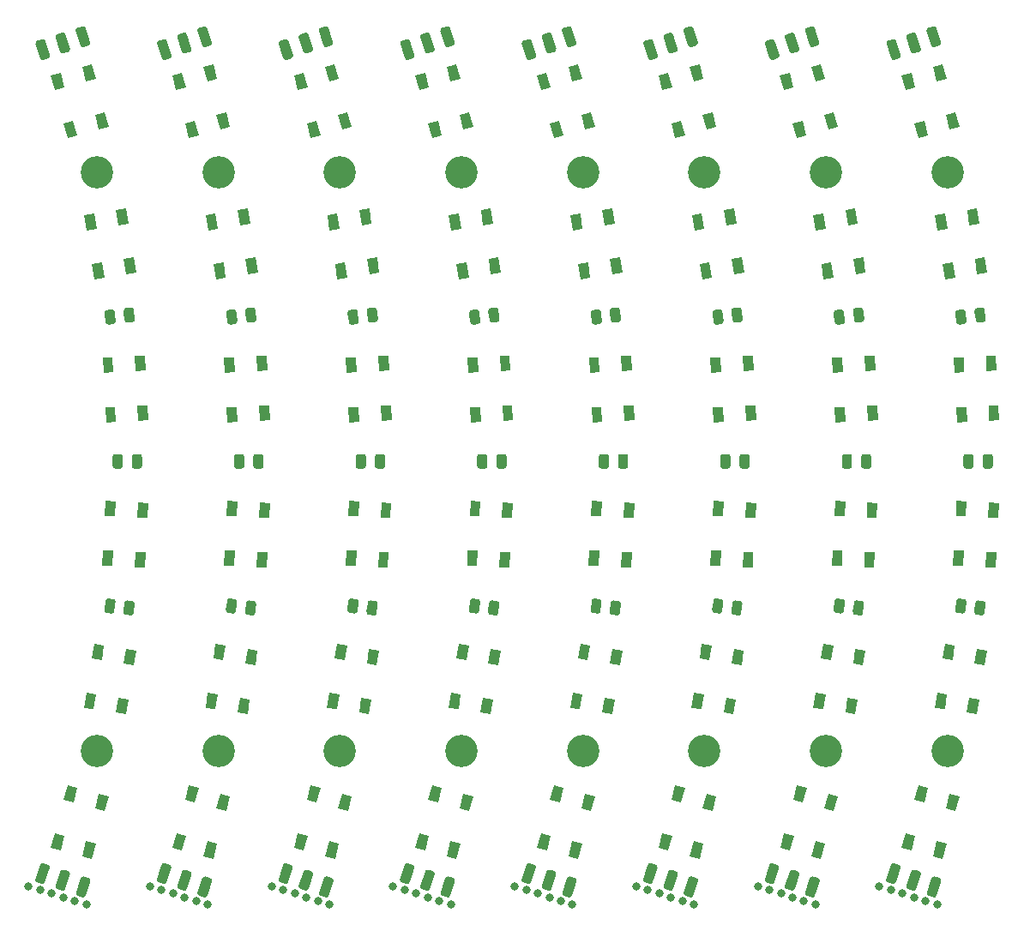
<source format=gbr>
%TF.GenerationSoftware,KiCad,Pcbnew,(5.1.9)-1*%
%TF.CreationDate,2021-02-05T18:08:36+10:00*%
%TF.ProjectId,PCB,5043422e-6b69-4636-9164-5f7063625858,rev?*%
%TF.SameCoordinates,Original*%
%TF.FileFunction,Soldermask,Top*%
%TF.FilePolarity,Negative*%
%FSLAX46Y46*%
G04 Gerber Fmt 4.6, Leading zero omitted, Abs format (unit mm)*
G04 Created by KiCad (PCBNEW (5.1.9)-1) date 2021-02-05 18:08:36*
%MOMM*%
%LPD*%
G01*
G04 APERTURE LIST*
%ADD10C,0.800000*%
%ADD11C,0.100000*%
%ADD12C,3.200000*%
G04 APERTURE END LIST*
D10*
%TO.C,REF\u002A\u002A*%
X178954962Y-121348074D03*
%TD*%
%TO.C,REF\u002A\u002A*%
X166954962Y-121348074D03*
%TD*%
%TO.C,REF\u002A\u002A*%
X154954962Y-121348074D03*
%TD*%
%TO.C,REF\u002A\u002A*%
X142954962Y-121348074D03*
%TD*%
%TO.C,REF\u002A\u002A*%
X130954962Y-121348074D03*
%TD*%
%TO.C,REF\u002A\u002A*%
X118954962Y-121348074D03*
%TD*%
%TO.C,REF\u002A\u002A*%
X106954962Y-121348074D03*
%TD*%
%TO.C,REF\u002A\u002A*%
X184661301Y-123202177D03*
%TD*%
%TO.C,REF\u002A\u002A*%
X172661301Y-123202177D03*
%TD*%
%TO.C,REF\u002A\u002A*%
X160661301Y-123202177D03*
%TD*%
%TO.C,REF\u002A\u002A*%
X148661301Y-123202177D03*
%TD*%
%TO.C,REF\u002A\u002A*%
X136661301Y-123202177D03*
%TD*%
%TO.C,REF\u002A\u002A*%
X124661301Y-123202177D03*
%TD*%
%TO.C,REF\u002A\u002A*%
X112661301Y-123202177D03*
%TD*%
%TO.C,REF\u002A\u002A*%
X182378767Y-122460536D03*
%TD*%
%TO.C,REF\u002A\u002A*%
X170378767Y-122460536D03*
%TD*%
%TO.C,REF\u002A\u002A*%
X158378767Y-122460536D03*
%TD*%
%TO.C,REF\u002A\u002A*%
X146378767Y-122460536D03*
%TD*%
%TO.C,REF\u002A\u002A*%
X134378767Y-122460536D03*
%TD*%
%TO.C,REF\u002A\u002A*%
X122378767Y-122460536D03*
%TD*%
%TO.C,REF\u002A\u002A*%
X110378767Y-122460536D03*
%TD*%
%TO.C,REF\u002A\u002A*%
X181237498Y-122089716D03*
%TD*%
%TO.C,REF\u002A\u002A*%
X169237498Y-122089716D03*
%TD*%
%TO.C,REF\u002A\u002A*%
X157237498Y-122089716D03*
%TD*%
%TO.C,REF\u002A\u002A*%
X145237498Y-122089716D03*
%TD*%
%TO.C,REF\u002A\u002A*%
X133237498Y-122089716D03*
%TD*%
%TO.C,REF\u002A\u002A*%
X121237498Y-122089716D03*
%TD*%
%TO.C,REF\u002A\u002A*%
X109237498Y-122089716D03*
%TD*%
%TO.C,REF\u002A\u002A*%
X180096229Y-121718895D03*
%TD*%
%TO.C,REF\u002A\u002A*%
X168096229Y-121718895D03*
%TD*%
%TO.C,REF\u002A\u002A*%
X156096229Y-121718895D03*
%TD*%
%TO.C,REF\u002A\u002A*%
X144096229Y-121718895D03*
%TD*%
%TO.C,REF\u002A\u002A*%
X132096229Y-121718895D03*
%TD*%
%TO.C,REF\u002A\u002A*%
X120096229Y-121718895D03*
%TD*%
%TO.C,REF\u002A\u002A*%
X108096229Y-121718895D03*
%TD*%
%TO.C,REF\u002A\u002A*%
X183520035Y-122831355D03*
%TD*%
%TO.C,REF\u002A\u002A*%
X171520035Y-122831355D03*
%TD*%
%TO.C,REF\u002A\u002A*%
X159520035Y-122831355D03*
%TD*%
%TO.C,REF\u002A\u002A*%
X147520035Y-122831355D03*
%TD*%
%TO.C,REF\u002A\u002A*%
X135520035Y-122831355D03*
%TD*%
%TO.C,REF\u002A\u002A*%
X123520035Y-122831355D03*
%TD*%
%TO.C,REF\u002A\u002A*%
X111520035Y-122831355D03*
%TD*%
%TO.C,REF\u002A\u002A*%
X100661301Y-123202177D03*
%TD*%
%TO.C,REF\u002A\u002A*%
X99520035Y-122831355D03*
%TD*%
%TO.C,REF\u002A\u002A*%
X98378767Y-122460536D03*
%TD*%
%TO.C,REF\u002A\u002A*%
X97237498Y-122089716D03*
%TD*%
%TO.C,REF\u002A\u002A*%
X96096229Y-121718895D03*
%TD*%
%TO.C,REF\u002A\u002A*%
X94954962Y-121348074D03*
%TD*%
%TO.C,GND1*%
G36*
G01*
X179634909Y-120675384D02*
X180098435Y-119248799D01*
G75*
G02*
X180413453Y-119088289I237764J-77254D01*
G01*
X180888981Y-119242798D01*
G75*
G02*
X181049491Y-119557816I-77254J-237764D01*
G01*
X180585965Y-120984401D01*
G75*
G02*
X180270947Y-121144911I-237764J77254D01*
G01*
X179795419Y-120990402D01*
G75*
G02*
X179634909Y-120675384I77254J237764D01*
G01*
G37*
%TD*%
%TO.C,GND1*%
G36*
G01*
X167634909Y-120675384D02*
X168098435Y-119248799D01*
G75*
G02*
X168413453Y-119088289I237764J-77254D01*
G01*
X168888981Y-119242798D01*
G75*
G02*
X169049491Y-119557816I-77254J-237764D01*
G01*
X168585965Y-120984401D01*
G75*
G02*
X168270947Y-121144911I-237764J77254D01*
G01*
X167795419Y-120990402D01*
G75*
G02*
X167634909Y-120675384I77254J237764D01*
G01*
G37*
%TD*%
%TO.C,GND1*%
G36*
G01*
X155634909Y-120675384D02*
X156098435Y-119248799D01*
G75*
G02*
X156413453Y-119088289I237764J-77254D01*
G01*
X156888981Y-119242798D01*
G75*
G02*
X157049491Y-119557816I-77254J-237764D01*
G01*
X156585965Y-120984401D01*
G75*
G02*
X156270947Y-121144911I-237764J77254D01*
G01*
X155795419Y-120990402D01*
G75*
G02*
X155634909Y-120675384I77254J237764D01*
G01*
G37*
%TD*%
%TO.C,GND1*%
G36*
G01*
X143634909Y-120675384D02*
X144098435Y-119248799D01*
G75*
G02*
X144413453Y-119088289I237764J-77254D01*
G01*
X144888981Y-119242798D01*
G75*
G02*
X145049491Y-119557816I-77254J-237764D01*
G01*
X144585965Y-120984401D01*
G75*
G02*
X144270947Y-121144911I-237764J77254D01*
G01*
X143795419Y-120990402D01*
G75*
G02*
X143634909Y-120675384I77254J237764D01*
G01*
G37*
%TD*%
%TO.C,GND1*%
G36*
G01*
X131634909Y-120675384D02*
X132098435Y-119248799D01*
G75*
G02*
X132413453Y-119088289I237764J-77254D01*
G01*
X132888981Y-119242798D01*
G75*
G02*
X133049491Y-119557816I-77254J-237764D01*
G01*
X132585965Y-120984401D01*
G75*
G02*
X132270947Y-121144911I-237764J77254D01*
G01*
X131795419Y-120990402D01*
G75*
G02*
X131634909Y-120675384I77254J237764D01*
G01*
G37*
%TD*%
%TO.C,GND1*%
G36*
G01*
X119634909Y-120675384D02*
X120098435Y-119248799D01*
G75*
G02*
X120413453Y-119088289I237764J-77254D01*
G01*
X120888981Y-119242798D01*
G75*
G02*
X121049491Y-119557816I-77254J-237764D01*
G01*
X120585965Y-120984401D01*
G75*
G02*
X120270947Y-121144911I-237764J77254D01*
G01*
X119795419Y-120990402D01*
G75*
G02*
X119634909Y-120675384I77254J237764D01*
G01*
G37*
%TD*%
%TO.C,GND1*%
G36*
G01*
X107634909Y-120675384D02*
X108098435Y-119248799D01*
G75*
G02*
X108413453Y-119088289I237764J-77254D01*
G01*
X108888981Y-119242798D01*
G75*
G02*
X109049491Y-119557816I-77254J-237764D01*
G01*
X108585965Y-120984401D01*
G75*
G02*
X108270947Y-121144911I-237764J77254D01*
G01*
X107795419Y-120990402D01*
G75*
G02*
X107634909Y-120675384I77254J237764D01*
G01*
G37*
%TD*%
%TO.C,5V*%
G36*
G01*
X184086235Y-38332801D02*
X183622709Y-36906216D01*
G75*
G02*
X183783219Y-36591198I237764J77254D01*
G01*
X184258747Y-36436689D01*
G75*
G02*
X184573765Y-36597199I77254J-237764D01*
G01*
X185037291Y-38023784D01*
G75*
G02*
X184876781Y-38338802I-237764J-77254D01*
G01*
X184401253Y-38493311D01*
G75*
G02*
X184086235Y-38332801I-77254J237764D01*
G01*
G37*
%TD*%
%TO.C,5V*%
G36*
G01*
X172086235Y-38332801D02*
X171622709Y-36906216D01*
G75*
G02*
X171783219Y-36591198I237764J77254D01*
G01*
X172258747Y-36436689D01*
G75*
G02*
X172573765Y-36597199I77254J-237764D01*
G01*
X173037291Y-38023784D01*
G75*
G02*
X172876781Y-38338802I-237764J-77254D01*
G01*
X172401253Y-38493311D01*
G75*
G02*
X172086235Y-38332801I-77254J237764D01*
G01*
G37*
%TD*%
%TO.C,5V*%
G36*
G01*
X160086235Y-38332801D02*
X159622709Y-36906216D01*
G75*
G02*
X159783219Y-36591198I237764J77254D01*
G01*
X160258747Y-36436689D01*
G75*
G02*
X160573765Y-36597199I77254J-237764D01*
G01*
X161037291Y-38023784D01*
G75*
G02*
X160876781Y-38338802I-237764J-77254D01*
G01*
X160401253Y-38493311D01*
G75*
G02*
X160086235Y-38332801I-77254J237764D01*
G01*
G37*
%TD*%
%TO.C,5V*%
G36*
G01*
X148086235Y-38332801D02*
X147622709Y-36906216D01*
G75*
G02*
X147783219Y-36591198I237764J77254D01*
G01*
X148258747Y-36436689D01*
G75*
G02*
X148573765Y-36597199I77254J-237764D01*
G01*
X149037291Y-38023784D01*
G75*
G02*
X148876781Y-38338802I-237764J-77254D01*
G01*
X148401253Y-38493311D01*
G75*
G02*
X148086235Y-38332801I-77254J237764D01*
G01*
G37*
%TD*%
%TO.C,5V*%
G36*
G01*
X136086235Y-38332801D02*
X135622709Y-36906216D01*
G75*
G02*
X135783219Y-36591198I237764J77254D01*
G01*
X136258747Y-36436689D01*
G75*
G02*
X136573765Y-36597199I77254J-237764D01*
G01*
X137037291Y-38023784D01*
G75*
G02*
X136876781Y-38338802I-237764J-77254D01*
G01*
X136401253Y-38493311D01*
G75*
G02*
X136086235Y-38332801I-77254J237764D01*
G01*
G37*
%TD*%
%TO.C,5V*%
G36*
G01*
X124086235Y-38332801D02*
X123622709Y-36906216D01*
G75*
G02*
X123783219Y-36591198I237764J77254D01*
G01*
X124258747Y-36436689D01*
G75*
G02*
X124573765Y-36597199I77254J-237764D01*
G01*
X125037291Y-38023784D01*
G75*
G02*
X124876781Y-38338802I-237764J-77254D01*
G01*
X124401253Y-38493311D01*
G75*
G02*
X124086235Y-38332801I-77254J237764D01*
G01*
G37*
%TD*%
%TO.C,5V*%
G36*
G01*
X112086235Y-38332801D02*
X111622709Y-36906216D01*
G75*
G02*
X111783219Y-36591198I237764J77254D01*
G01*
X112258747Y-36436689D01*
G75*
G02*
X112573765Y-36597199I77254J-237764D01*
G01*
X113037291Y-38023784D01*
G75*
G02*
X112876781Y-38338802I-237764J-77254D01*
G01*
X112401253Y-38493311D01*
G75*
G02*
X112086235Y-38332801I-77254J237764D01*
G01*
G37*
%TD*%
%TO.C,G*%
G36*
G01*
X180123835Y-39602801D02*
X179660309Y-38176216D01*
G75*
G02*
X179820819Y-37861198I237764J77254D01*
G01*
X180296347Y-37706689D01*
G75*
G02*
X180611365Y-37867199I77254J-237764D01*
G01*
X181074891Y-39293784D01*
G75*
G02*
X180914381Y-39608802I-237764J-77254D01*
G01*
X180438853Y-39763311D01*
G75*
G02*
X180123835Y-39602801I-77254J237764D01*
G01*
G37*
%TD*%
%TO.C,G*%
G36*
G01*
X168123835Y-39602801D02*
X167660309Y-38176216D01*
G75*
G02*
X167820819Y-37861198I237764J77254D01*
G01*
X168296347Y-37706689D01*
G75*
G02*
X168611365Y-37867199I77254J-237764D01*
G01*
X169074891Y-39293784D01*
G75*
G02*
X168914381Y-39608802I-237764J-77254D01*
G01*
X168438853Y-39763311D01*
G75*
G02*
X168123835Y-39602801I-77254J237764D01*
G01*
G37*
%TD*%
%TO.C,G*%
G36*
G01*
X156123835Y-39602801D02*
X155660309Y-38176216D01*
G75*
G02*
X155820819Y-37861198I237764J77254D01*
G01*
X156296347Y-37706689D01*
G75*
G02*
X156611365Y-37867199I77254J-237764D01*
G01*
X157074891Y-39293784D01*
G75*
G02*
X156914381Y-39608802I-237764J-77254D01*
G01*
X156438853Y-39763311D01*
G75*
G02*
X156123835Y-39602801I-77254J237764D01*
G01*
G37*
%TD*%
%TO.C,G*%
G36*
G01*
X144123835Y-39602801D02*
X143660309Y-38176216D01*
G75*
G02*
X143820819Y-37861198I237764J77254D01*
G01*
X144296347Y-37706689D01*
G75*
G02*
X144611365Y-37867199I77254J-237764D01*
G01*
X145074891Y-39293784D01*
G75*
G02*
X144914381Y-39608802I-237764J-77254D01*
G01*
X144438853Y-39763311D01*
G75*
G02*
X144123835Y-39602801I-77254J237764D01*
G01*
G37*
%TD*%
%TO.C,G*%
G36*
G01*
X132123835Y-39602801D02*
X131660309Y-38176216D01*
G75*
G02*
X131820819Y-37861198I237764J77254D01*
G01*
X132296347Y-37706689D01*
G75*
G02*
X132611365Y-37867199I77254J-237764D01*
G01*
X133074891Y-39293784D01*
G75*
G02*
X132914381Y-39608802I-237764J-77254D01*
G01*
X132438853Y-39763311D01*
G75*
G02*
X132123835Y-39602801I-77254J237764D01*
G01*
G37*
%TD*%
%TO.C,G*%
G36*
G01*
X120123835Y-39602801D02*
X119660309Y-38176216D01*
G75*
G02*
X119820819Y-37861198I237764J77254D01*
G01*
X120296347Y-37706689D01*
G75*
G02*
X120611365Y-37867199I77254J-237764D01*
G01*
X121074891Y-39293784D01*
G75*
G02*
X120914381Y-39608802I-237764J-77254D01*
G01*
X120438853Y-39763311D01*
G75*
G02*
X120123835Y-39602801I-77254J237764D01*
G01*
G37*
%TD*%
%TO.C,G*%
G36*
G01*
X108123835Y-39602801D02*
X107660309Y-38176216D01*
G75*
G02*
X107820819Y-37861198I237764J77254D01*
G01*
X108296347Y-37706689D01*
G75*
G02*
X108611365Y-37867199I77254J-237764D01*
G01*
X109074891Y-39293784D01*
G75*
G02*
X108914381Y-39608802I-237764J-77254D01*
G01*
X108438853Y-39763311D01*
G75*
G02*
X108123835Y-39602801I-77254J237764D01*
G01*
G37*
%TD*%
%TO.C,5V*%
G36*
G01*
X183648109Y-121996184D02*
X184111635Y-120569599D01*
G75*
G02*
X184426653Y-120409089I237764J-77254D01*
G01*
X184902181Y-120563598D01*
G75*
G02*
X185062691Y-120878616I-77254J-237764D01*
G01*
X184599165Y-122305201D01*
G75*
G02*
X184284147Y-122465711I-237764J77254D01*
G01*
X183808619Y-122311202D01*
G75*
G02*
X183648109Y-121996184I77254J237764D01*
G01*
G37*
%TD*%
%TO.C,5V*%
G36*
G01*
X171648109Y-121996184D02*
X172111635Y-120569599D01*
G75*
G02*
X172426653Y-120409089I237764J-77254D01*
G01*
X172902181Y-120563598D01*
G75*
G02*
X173062691Y-120878616I-77254J-237764D01*
G01*
X172599165Y-122305201D01*
G75*
G02*
X172284147Y-122465711I-237764J77254D01*
G01*
X171808619Y-122311202D01*
G75*
G02*
X171648109Y-121996184I77254J237764D01*
G01*
G37*
%TD*%
%TO.C,5V*%
G36*
G01*
X159648109Y-121996184D02*
X160111635Y-120569599D01*
G75*
G02*
X160426653Y-120409089I237764J-77254D01*
G01*
X160902181Y-120563598D01*
G75*
G02*
X161062691Y-120878616I-77254J-237764D01*
G01*
X160599165Y-122305201D01*
G75*
G02*
X160284147Y-122465711I-237764J77254D01*
G01*
X159808619Y-122311202D01*
G75*
G02*
X159648109Y-121996184I77254J237764D01*
G01*
G37*
%TD*%
%TO.C,5V*%
G36*
G01*
X147648109Y-121996184D02*
X148111635Y-120569599D01*
G75*
G02*
X148426653Y-120409089I237764J-77254D01*
G01*
X148902181Y-120563598D01*
G75*
G02*
X149062691Y-120878616I-77254J-237764D01*
G01*
X148599165Y-122305201D01*
G75*
G02*
X148284147Y-122465711I-237764J77254D01*
G01*
X147808619Y-122311202D01*
G75*
G02*
X147648109Y-121996184I77254J237764D01*
G01*
G37*
%TD*%
%TO.C,5V*%
G36*
G01*
X135648109Y-121996184D02*
X136111635Y-120569599D01*
G75*
G02*
X136426653Y-120409089I237764J-77254D01*
G01*
X136902181Y-120563598D01*
G75*
G02*
X137062691Y-120878616I-77254J-237764D01*
G01*
X136599165Y-122305201D01*
G75*
G02*
X136284147Y-122465711I-237764J77254D01*
G01*
X135808619Y-122311202D01*
G75*
G02*
X135648109Y-121996184I77254J237764D01*
G01*
G37*
%TD*%
%TO.C,5V*%
G36*
G01*
X123648109Y-121996184D02*
X124111635Y-120569599D01*
G75*
G02*
X124426653Y-120409089I237764J-77254D01*
G01*
X124902181Y-120563598D01*
G75*
G02*
X125062691Y-120878616I-77254J-237764D01*
G01*
X124599165Y-122305201D01*
G75*
G02*
X124284147Y-122465711I-237764J77254D01*
G01*
X123808619Y-122311202D01*
G75*
G02*
X123648109Y-121996184I77254J237764D01*
G01*
G37*
%TD*%
%TO.C,5V*%
G36*
G01*
X111648109Y-121996184D02*
X112111635Y-120569599D01*
G75*
G02*
X112426653Y-120409089I237764J-77254D01*
G01*
X112902181Y-120563598D01*
G75*
G02*
X113062691Y-120878616I-77254J-237764D01*
G01*
X112599165Y-122305201D01*
G75*
G02*
X112284147Y-122465711I-237764J77254D01*
G01*
X111808619Y-122311202D01*
G75*
G02*
X111648109Y-121996184I77254J237764D01*
G01*
G37*
%TD*%
%TO.C,DO*%
G36*
G01*
X182105035Y-38967801D02*
X181641509Y-37541216D01*
G75*
G02*
X181802019Y-37226198I237764J77254D01*
G01*
X182277547Y-37071689D01*
G75*
G02*
X182592565Y-37232199I77254J-237764D01*
G01*
X183056091Y-38658784D01*
G75*
G02*
X182895581Y-38973802I-237764J-77254D01*
G01*
X182420053Y-39128311D01*
G75*
G02*
X182105035Y-38967801I-77254J237764D01*
G01*
G37*
%TD*%
%TO.C,DO*%
G36*
G01*
X170105035Y-38967801D02*
X169641509Y-37541216D01*
G75*
G02*
X169802019Y-37226198I237764J77254D01*
G01*
X170277547Y-37071689D01*
G75*
G02*
X170592565Y-37232199I77254J-237764D01*
G01*
X171056091Y-38658784D01*
G75*
G02*
X170895581Y-38973802I-237764J-77254D01*
G01*
X170420053Y-39128311D01*
G75*
G02*
X170105035Y-38967801I-77254J237764D01*
G01*
G37*
%TD*%
%TO.C,DO*%
G36*
G01*
X158105035Y-38967801D02*
X157641509Y-37541216D01*
G75*
G02*
X157802019Y-37226198I237764J77254D01*
G01*
X158277547Y-37071689D01*
G75*
G02*
X158592565Y-37232199I77254J-237764D01*
G01*
X159056091Y-38658784D01*
G75*
G02*
X158895581Y-38973802I-237764J-77254D01*
G01*
X158420053Y-39128311D01*
G75*
G02*
X158105035Y-38967801I-77254J237764D01*
G01*
G37*
%TD*%
%TO.C,DO*%
G36*
G01*
X146105035Y-38967801D02*
X145641509Y-37541216D01*
G75*
G02*
X145802019Y-37226198I237764J77254D01*
G01*
X146277547Y-37071689D01*
G75*
G02*
X146592565Y-37232199I77254J-237764D01*
G01*
X147056091Y-38658784D01*
G75*
G02*
X146895581Y-38973802I-237764J-77254D01*
G01*
X146420053Y-39128311D01*
G75*
G02*
X146105035Y-38967801I-77254J237764D01*
G01*
G37*
%TD*%
%TO.C,DO*%
G36*
G01*
X134105035Y-38967801D02*
X133641509Y-37541216D01*
G75*
G02*
X133802019Y-37226198I237764J77254D01*
G01*
X134277547Y-37071689D01*
G75*
G02*
X134592565Y-37232199I77254J-237764D01*
G01*
X135056091Y-38658784D01*
G75*
G02*
X134895581Y-38973802I-237764J-77254D01*
G01*
X134420053Y-39128311D01*
G75*
G02*
X134105035Y-38967801I-77254J237764D01*
G01*
G37*
%TD*%
%TO.C,DO*%
G36*
G01*
X122105035Y-38967801D02*
X121641509Y-37541216D01*
G75*
G02*
X121802019Y-37226198I237764J77254D01*
G01*
X122277547Y-37071689D01*
G75*
G02*
X122592565Y-37232199I77254J-237764D01*
G01*
X123056091Y-38658784D01*
G75*
G02*
X122895581Y-38973802I-237764J-77254D01*
G01*
X122420053Y-39128311D01*
G75*
G02*
X122105035Y-38967801I-77254J237764D01*
G01*
G37*
%TD*%
%TO.C,DO*%
G36*
G01*
X110105035Y-38967801D02*
X109641509Y-37541216D01*
G75*
G02*
X109802019Y-37226198I237764J77254D01*
G01*
X110277547Y-37071689D01*
G75*
G02*
X110592565Y-37232199I77254J-237764D01*
G01*
X111056091Y-38658784D01*
G75*
G02*
X110895581Y-38973802I-237764J-77254D01*
G01*
X110420053Y-39128311D01*
G75*
G02*
X110105035Y-38967801I-77254J237764D01*
G01*
G37*
%TD*%
%TO.C,DI1*%
G36*
G01*
X181641509Y-121335784D02*
X182105035Y-119909199D01*
G75*
G02*
X182420053Y-119748689I237764J-77254D01*
G01*
X182895581Y-119903198D01*
G75*
G02*
X183056091Y-120218216I-77254J-237764D01*
G01*
X182592565Y-121644801D01*
G75*
G02*
X182277547Y-121805311I-237764J77254D01*
G01*
X181802019Y-121650802D01*
G75*
G02*
X181641509Y-121335784I77254J237764D01*
G01*
G37*
%TD*%
%TO.C,DI1*%
G36*
G01*
X169641509Y-121335784D02*
X170105035Y-119909199D01*
G75*
G02*
X170420053Y-119748689I237764J-77254D01*
G01*
X170895581Y-119903198D01*
G75*
G02*
X171056091Y-120218216I-77254J-237764D01*
G01*
X170592565Y-121644801D01*
G75*
G02*
X170277547Y-121805311I-237764J77254D01*
G01*
X169802019Y-121650802D01*
G75*
G02*
X169641509Y-121335784I77254J237764D01*
G01*
G37*
%TD*%
%TO.C,DI1*%
G36*
G01*
X157641509Y-121335784D02*
X158105035Y-119909199D01*
G75*
G02*
X158420053Y-119748689I237764J-77254D01*
G01*
X158895581Y-119903198D01*
G75*
G02*
X159056091Y-120218216I-77254J-237764D01*
G01*
X158592565Y-121644801D01*
G75*
G02*
X158277547Y-121805311I-237764J77254D01*
G01*
X157802019Y-121650802D01*
G75*
G02*
X157641509Y-121335784I77254J237764D01*
G01*
G37*
%TD*%
%TO.C,DI1*%
G36*
G01*
X145641509Y-121335784D02*
X146105035Y-119909199D01*
G75*
G02*
X146420053Y-119748689I237764J-77254D01*
G01*
X146895581Y-119903198D01*
G75*
G02*
X147056091Y-120218216I-77254J-237764D01*
G01*
X146592565Y-121644801D01*
G75*
G02*
X146277547Y-121805311I-237764J77254D01*
G01*
X145802019Y-121650802D01*
G75*
G02*
X145641509Y-121335784I77254J237764D01*
G01*
G37*
%TD*%
%TO.C,DI1*%
G36*
G01*
X133641509Y-121335784D02*
X134105035Y-119909199D01*
G75*
G02*
X134420053Y-119748689I237764J-77254D01*
G01*
X134895581Y-119903198D01*
G75*
G02*
X135056091Y-120218216I-77254J-237764D01*
G01*
X134592565Y-121644801D01*
G75*
G02*
X134277547Y-121805311I-237764J77254D01*
G01*
X133802019Y-121650802D01*
G75*
G02*
X133641509Y-121335784I77254J237764D01*
G01*
G37*
%TD*%
%TO.C,DI1*%
G36*
G01*
X121641509Y-121335784D02*
X122105035Y-119909199D01*
G75*
G02*
X122420053Y-119748689I237764J-77254D01*
G01*
X122895581Y-119903198D01*
G75*
G02*
X123056091Y-120218216I-77254J-237764D01*
G01*
X122592565Y-121644801D01*
G75*
G02*
X122277547Y-121805311I-237764J77254D01*
G01*
X121802019Y-121650802D01*
G75*
G02*
X121641509Y-121335784I77254J237764D01*
G01*
G37*
%TD*%
%TO.C,DI1*%
G36*
G01*
X109641509Y-121335784D02*
X110105035Y-119909199D01*
G75*
G02*
X110420053Y-119748689I237764J-77254D01*
G01*
X110895581Y-119903198D01*
G75*
G02*
X111056091Y-120218216I-77254J-237764D01*
G01*
X110592565Y-121644801D01*
G75*
G02*
X110277547Y-121805311I-237764J77254D01*
G01*
X109802019Y-121650802D01*
G75*
G02*
X109641509Y-121335784I77254J237764D01*
G01*
G37*
%TD*%
D11*
%TO.C,D4*%
G36*
X186533471Y-74071294D02*
G01*
X187532101Y-74018958D01*
X187610605Y-75516902D01*
X186611975Y-75569238D01*
X186533471Y-74071294D01*
G37*
G36*
X189729085Y-73903819D02*
G01*
X190727715Y-73851483D01*
X190806219Y-75349427D01*
X189807589Y-75401763D01*
X189729085Y-73903819D01*
G37*
G36*
X186277025Y-69178009D02*
G01*
X187275655Y-69125673D01*
X187354159Y-70623617D01*
X186355529Y-70675953D01*
X186277025Y-69178009D01*
G37*
G36*
X189472639Y-69010534D02*
G01*
X190471269Y-68958198D01*
X190549773Y-70456142D01*
X189551143Y-70508478D01*
X189472639Y-69010534D01*
G37*
%TD*%
%TO.C,D4*%
G36*
X174533471Y-74071294D02*
G01*
X175532101Y-74018958D01*
X175610605Y-75516902D01*
X174611975Y-75569238D01*
X174533471Y-74071294D01*
G37*
G36*
X177729085Y-73903819D02*
G01*
X178727715Y-73851483D01*
X178806219Y-75349427D01*
X177807589Y-75401763D01*
X177729085Y-73903819D01*
G37*
G36*
X174277025Y-69178009D02*
G01*
X175275655Y-69125673D01*
X175354159Y-70623617D01*
X174355529Y-70675953D01*
X174277025Y-69178009D01*
G37*
G36*
X177472639Y-69010534D02*
G01*
X178471269Y-68958198D01*
X178549773Y-70456142D01*
X177551143Y-70508478D01*
X177472639Y-69010534D01*
G37*
%TD*%
%TO.C,D4*%
G36*
X162533471Y-74071294D02*
G01*
X163532101Y-74018958D01*
X163610605Y-75516902D01*
X162611975Y-75569238D01*
X162533471Y-74071294D01*
G37*
G36*
X165729085Y-73903819D02*
G01*
X166727715Y-73851483D01*
X166806219Y-75349427D01*
X165807589Y-75401763D01*
X165729085Y-73903819D01*
G37*
G36*
X162277025Y-69178009D02*
G01*
X163275655Y-69125673D01*
X163354159Y-70623617D01*
X162355529Y-70675953D01*
X162277025Y-69178009D01*
G37*
G36*
X165472639Y-69010534D02*
G01*
X166471269Y-68958198D01*
X166549773Y-70456142D01*
X165551143Y-70508478D01*
X165472639Y-69010534D01*
G37*
%TD*%
%TO.C,D4*%
G36*
X150533471Y-74071294D02*
G01*
X151532101Y-74018958D01*
X151610605Y-75516902D01*
X150611975Y-75569238D01*
X150533471Y-74071294D01*
G37*
G36*
X153729085Y-73903819D02*
G01*
X154727715Y-73851483D01*
X154806219Y-75349427D01*
X153807589Y-75401763D01*
X153729085Y-73903819D01*
G37*
G36*
X150277025Y-69178009D02*
G01*
X151275655Y-69125673D01*
X151354159Y-70623617D01*
X150355529Y-70675953D01*
X150277025Y-69178009D01*
G37*
G36*
X153472639Y-69010534D02*
G01*
X154471269Y-68958198D01*
X154549773Y-70456142D01*
X153551143Y-70508478D01*
X153472639Y-69010534D01*
G37*
%TD*%
%TO.C,D4*%
G36*
X138533471Y-74071294D02*
G01*
X139532101Y-74018958D01*
X139610605Y-75516902D01*
X138611975Y-75569238D01*
X138533471Y-74071294D01*
G37*
G36*
X141729085Y-73903819D02*
G01*
X142727715Y-73851483D01*
X142806219Y-75349427D01*
X141807589Y-75401763D01*
X141729085Y-73903819D01*
G37*
G36*
X138277025Y-69178009D02*
G01*
X139275655Y-69125673D01*
X139354159Y-70623617D01*
X138355529Y-70675953D01*
X138277025Y-69178009D01*
G37*
G36*
X141472639Y-69010534D02*
G01*
X142471269Y-68958198D01*
X142549773Y-70456142D01*
X141551143Y-70508478D01*
X141472639Y-69010534D01*
G37*
%TD*%
%TO.C,D4*%
G36*
X126533471Y-74071294D02*
G01*
X127532101Y-74018958D01*
X127610605Y-75516902D01*
X126611975Y-75569238D01*
X126533471Y-74071294D01*
G37*
G36*
X129729085Y-73903819D02*
G01*
X130727715Y-73851483D01*
X130806219Y-75349427D01*
X129807589Y-75401763D01*
X129729085Y-73903819D01*
G37*
G36*
X126277025Y-69178009D02*
G01*
X127275655Y-69125673D01*
X127354159Y-70623617D01*
X126355529Y-70675953D01*
X126277025Y-69178009D01*
G37*
G36*
X129472639Y-69010534D02*
G01*
X130471269Y-68958198D01*
X130549773Y-70456142D01*
X129551143Y-70508478D01*
X129472639Y-69010534D01*
G37*
%TD*%
%TO.C,D4*%
G36*
X114533471Y-74071294D02*
G01*
X115532101Y-74018958D01*
X115610605Y-75516902D01*
X114611975Y-75569238D01*
X114533471Y-74071294D01*
G37*
G36*
X117729085Y-73903819D02*
G01*
X118727715Y-73851483D01*
X118806219Y-75349427D01*
X117807589Y-75401763D01*
X117729085Y-73903819D01*
G37*
G36*
X114277025Y-69178009D02*
G01*
X115275655Y-69125673D01*
X115354159Y-70623617D01*
X114355529Y-70675953D01*
X114277025Y-69178009D01*
G37*
G36*
X117472639Y-69010534D02*
G01*
X118471269Y-68958198D01*
X118549773Y-70456142D01*
X117551143Y-70508478D01*
X117472639Y-69010534D01*
G37*
%TD*%
%TO.C,C2*%
G36*
G01*
X186451887Y-94112560D02*
X186551189Y-93167764D01*
G75*
G02*
X186825951Y-92945266I248630J-26132D01*
G01*
X187323211Y-92997530D01*
G75*
G02*
X187545709Y-93272292I-26132J-248630D01*
G01*
X187446407Y-94217088D01*
G75*
G02*
X187171645Y-94439586I-248630J26132D01*
G01*
X186674385Y-94387322D01*
G75*
G02*
X186451887Y-94112560I26132J248630D01*
G01*
G37*
G36*
G01*
X188341479Y-94311164D02*
X188440781Y-93366368D01*
G75*
G02*
X188715543Y-93143870I248630J-26132D01*
G01*
X189212803Y-93196134D01*
G75*
G02*
X189435301Y-93470896I-26132J-248630D01*
G01*
X189335999Y-94415692D01*
G75*
G02*
X189061237Y-94638190I-248630J26132D01*
G01*
X188563977Y-94585926D01*
G75*
G02*
X188341479Y-94311164I26132J248630D01*
G01*
G37*
%TD*%
%TO.C,C2*%
G36*
G01*
X174451887Y-94112560D02*
X174551189Y-93167764D01*
G75*
G02*
X174825951Y-92945266I248630J-26132D01*
G01*
X175323211Y-92997530D01*
G75*
G02*
X175545709Y-93272292I-26132J-248630D01*
G01*
X175446407Y-94217088D01*
G75*
G02*
X175171645Y-94439586I-248630J26132D01*
G01*
X174674385Y-94387322D01*
G75*
G02*
X174451887Y-94112560I26132J248630D01*
G01*
G37*
G36*
G01*
X176341479Y-94311164D02*
X176440781Y-93366368D01*
G75*
G02*
X176715543Y-93143870I248630J-26132D01*
G01*
X177212803Y-93196134D01*
G75*
G02*
X177435301Y-93470896I-26132J-248630D01*
G01*
X177335999Y-94415692D01*
G75*
G02*
X177061237Y-94638190I-248630J26132D01*
G01*
X176563977Y-94585926D01*
G75*
G02*
X176341479Y-94311164I26132J248630D01*
G01*
G37*
%TD*%
%TO.C,C2*%
G36*
G01*
X162451887Y-94112560D02*
X162551189Y-93167764D01*
G75*
G02*
X162825951Y-92945266I248630J-26132D01*
G01*
X163323211Y-92997530D01*
G75*
G02*
X163545709Y-93272292I-26132J-248630D01*
G01*
X163446407Y-94217088D01*
G75*
G02*
X163171645Y-94439586I-248630J26132D01*
G01*
X162674385Y-94387322D01*
G75*
G02*
X162451887Y-94112560I26132J248630D01*
G01*
G37*
G36*
G01*
X164341479Y-94311164D02*
X164440781Y-93366368D01*
G75*
G02*
X164715543Y-93143870I248630J-26132D01*
G01*
X165212803Y-93196134D01*
G75*
G02*
X165435301Y-93470896I-26132J-248630D01*
G01*
X165335999Y-94415692D01*
G75*
G02*
X165061237Y-94638190I-248630J26132D01*
G01*
X164563977Y-94585926D01*
G75*
G02*
X164341479Y-94311164I26132J248630D01*
G01*
G37*
%TD*%
%TO.C,C2*%
G36*
G01*
X150451887Y-94112560D02*
X150551189Y-93167764D01*
G75*
G02*
X150825951Y-92945266I248630J-26132D01*
G01*
X151323211Y-92997530D01*
G75*
G02*
X151545709Y-93272292I-26132J-248630D01*
G01*
X151446407Y-94217088D01*
G75*
G02*
X151171645Y-94439586I-248630J26132D01*
G01*
X150674385Y-94387322D01*
G75*
G02*
X150451887Y-94112560I26132J248630D01*
G01*
G37*
G36*
G01*
X152341479Y-94311164D02*
X152440781Y-93366368D01*
G75*
G02*
X152715543Y-93143870I248630J-26132D01*
G01*
X153212803Y-93196134D01*
G75*
G02*
X153435301Y-93470896I-26132J-248630D01*
G01*
X153335999Y-94415692D01*
G75*
G02*
X153061237Y-94638190I-248630J26132D01*
G01*
X152563977Y-94585926D01*
G75*
G02*
X152341479Y-94311164I26132J248630D01*
G01*
G37*
%TD*%
%TO.C,C2*%
G36*
G01*
X138451887Y-94112560D02*
X138551189Y-93167764D01*
G75*
G02*
X138825951Y-92945266I248630J-26132D01*
G01*
X139323211Y-92997530D01*
G75*
G02*
X139545709Y-93272292I-26132J-248630D01*
G01*
X139446407Y-94217088D01*
G75*
G02*
X139171645Y-94439586I-248630J26132D01*
G01*
X138674385Y-94387322D01*
G75*
G02*
X138451887Y-94112560I26132J248630D01*
G01*
G37*
G36*
G01*
X140341479Y-94311164D02*
X140440781Y-93366368D01*
G75*
G02*
X140715543Y-93143870I248630J-26132D01*
G01*
X141212803Y-93196134D01*
G75*
G02*
X141435301Y-93470896I-26132J-248630D01*
G01*
X141335999Y-94415692D01*
G75*
G02*
X141061237Y-94638190I-248630J26132D01*
G01*
X140563977Y-94585926D01*
G75*
G02*
X140341479Y-94311164I26132J248630D01*
G01*
G37*
%TD*%
%TO.C,C2*%
G36*
G01*
X126451887Y-94112560D02*
X126551189Y-93167764D01*
G75*
G02*
X126825951Y-92945266I248630J-26132D01*
G01*
X127323211Y-92997530D01*
G75*
G02*
X127545709Y-93272292I-26132J-248630D01*
G01*
X127446407Y-94217088D01*
G75*
G02*
X127171645Y-94439586I-248630J26132D01*
G01*
X126674385Y-94387322D01*
G75*
G02*
X126451887Y-94112560I26132J248630D01*
G01*
G37*
G36*
G01*
X128341479Y-94311164D02*
X128440781Y-93366368D01*
G75*
G02*
X128715543Y-93143870I248630J-26132D01*
G01*
X129212803Y-93196134D01*
G75*
G02*
X129435301Y-93470896I-26132J-248630D01*
G01*
X129335999Y-94415692D01*
G75*
G02*
X129061237Y-94638190I-248630J26132D01*
G01*
X128563977Y-94585926D01*
G75*
G02*
X128341479Y-94311164I26132J248630D01*
G01*
G37*
%TD*%
%TO.C,C2*%
G36*
G01*
X114451887Y-94112560D02*
X114551189Y-93167764D01*
G75*
G02*
X114825951Y-92945266I248630J-26132D01*
G01*
X115323211Y-92997530D01*
G75*
G02*
X115545709Y-93272292I-26132J-248630D01*
G01*
X115446407Y-94217088D01*
G75*
G02*
X115171645Y-94439586I-248630J26132D01*
G01*
X114674385Y-94387322D01*
G75*
G02*
X114451887Y-94112560I26132J248630D01*
G01*
G37*
G36*
G01*
X116341479Y-94311164D02*
X116440781Y-93366368D01*
G75*
G02*
X116715543Y-93143870I248630J-26132D01*
G01*
X117212803Y-93196134D01*
G75*
G02*
X117435301Y-93470896I-26132J-248630D01*
G01*
X117335999Y-94415692D01*
G75*
G02*
X117061237Y-94638190I-248630J26132D01*
G01*
X116563977Y-94585926D01*
G75*
G02*
X116341479Y-94311164I26132J248630D01*
G01*
G37*
%TD*%
%TO.C,D3*%
G36*
X186332109Y-88186347D02*
G01*
X187330739Y-88238683D01*
X187252235Y-89736627D01*
X186253605Y-89684291D01*
X186332109Y-88186347D01*
G37*
G36*
X189527723Y-88353822D02*
G01*
X190526353Y-88406158D01*
X190447849Y-89904102D01*
X189449219Y-89851766D01*
X189527723Y-88353822D01*
G37*
G36*
X186588555Y-83293062D02*
G01*
X187587185Y-83345398D01*
X187508681Y-84843342D01*
X186510051Y-84791006D01*
X186588555Y-83293062D01*
G37*
G36*
X189784169Y-83460537D02*
G01*
X190782799Y-83512873D01*
X190704295Y-85010817D01*
X189705665Y-84958481D01*
X189784169Y-83460537D01*
G37*
%TD*%
%TO.C,D3*%
G36*
X174332109Y-88186347D02*
G01*
X175330739Y-88238683D01*
X175252235Y-89736627D01*
X174253605Y-89684291D01*
X174332109Y-88186347D01*
G37*
G36*
X177527723Y-88353822D02*
G01*
X178526353Y-88406158D01*
X178447849Y-89904102D01*
X177449219Y-89851766D01*
X177527723Y-88353822D01*
G37*
G36*
X174588555Y-83293062D02*
G01*
X175587185Y-83345398D01*
X175508681Y-84843342D01*
X174510051Y-84791006D01*
X174588555Y-83293062D01*
G37*
G36*
X177784169Y-83460537D02*
G01*
X178782799Y-83512873D01*
X178704295Y-85010817D01*
X177705665Y-84958481D01*
X177784169Y-83460537D01*
G37*
%TD*%
%TO.C,D3*%
G36*
X162332109Y-88186347D02*
G01*
X163330739Y-88238683D01*
X163252235Y-89736627D01*
X162253605Y-89684291D01*
X162332109Y-88186347D01*
G37*
G36*
X165527723Y-88353822D02*
G01*
X166526353Y-88406158D01*
X166447849Y-89904102D01*
X165449219Y-89851766D01*
X165527723Y-88353822D01*
G37*
G36*
X162588555Y-83293062D02*
G01*
X163587185Y-83345398D01*
X163508681Y-84843342D01*
X162510051Y-84791006D01*
X162588555Y-83293062D01*
G37*
G36*
X165784169Y-83460537D02*
G01*
X166782799Y-83512873D01*
X166704295Y-85010817D01*
X165705665Y-84958481D01*
X165784169Y-83460537D01*
G37*
%TD*%
%TO.C,D3*%
G36*
X150332109Y-88186347D02*
G01*
X151330739Y-88238683D01*
X151252235Y-89736627D01*
X150253605Y-89684291D01*
X150332109Y-88186347D01*
G37*
G36*
X153527723Y-88353822D02*
G01*
X154526353Y-88406158D01*
X154447849Y-89904102D01*
X153449219Y-89851766D01*
X153527723Y-88353822D01*
G37*
G36*
X150588555Y-83293062D02*
G01*
X151587185Y-83345398D01*
X151508681Y-84843342D01*
X150510051Y-84791006D01*
X150588555Y-83293062D01*
G37*
G36*
X153784169Y-83460537D02*
G01*
X154782799Y-83512873D01*
X154704295Y-85010817D01*
X153705665Y-84958481D01*
X153784169Y-83460537D01*
G37*
%TD*%
%TO.C,D3*%
G36*
X138332109Y-88186347D02*
G01*
X139330739Y-88238683D01*
X139252235Y-89736627D01*
X138253605Y-89684291D01*
X138332109Y-88186347D01*
G37*
G36*
X141527723Y-88353822D02*
G01*
X142526353Y-88406158D01*
X142447849Y-89904102D01*
X141449219Y-89851766D01*
X141527723Y-88353822D01*
G37*
G36*
X138588555Y-83293062D02*
G01*
X139587185Y-83345398D01*
X139508681Y-84843342D01*
X138510051Y-84791006D01*
X138588555Y-83293062D01*
G37*
G36*
X141784169Y-83460537D02*
G01*
X142782799Y-83512873D01*
X142704295Y-85010817D01*
X141705665Y-84958481D01*
X141784169Y-83460537D01*
G37*
%TD*%
%TO.C,D3*%
G36*
X126332109Y-88186347D02*
G01*
X127330739Y-88238683D01*
X127252235Y-89736627D01*
X126253605Y-89684291D01*
X126332109Y-88186347D01*
G37*
G36*
X129527723Y-88353822D02*
G01*
X130526353Y-88406158D01*
X130447849Y-89904102D01*
X129449219Y-89851766D01*
X129527723Y-88353822D01*
G37*
G36*
X126588555Y-83293062D02*
G01*
X127587185Y-83345398D01*
X127508681Y-84843342D01*
X126510051Y-84791006D01*
X126588555Y-83293062D01*
G37*
G36*
X129784169Y-83460537D02*
G01*
X130782799Y-83512873D01*
X130704295Y-85010817D01*
X129705665Y-84958481D01*
X129784169Y-83460537D01*
G37*
%TD*%
%TO.C,D3*%
G36*
X114332109Y-88186347D02*
G01*
X115330739Y-88238683D01*
X115252235Y-89736627D01*
X114253605Y-89684291D01*
X114332109Y-88186347D01*
G37*
G36*
X117527723Y-88353822D02*
G01*
X118526353Y-88406158D01*
X118447849Y-89904102D01*
X117449219Y-89851766D01*
X117527723Y-88353822D01*
G37*
G36*
X114588555Y-83293062D02*
G01*
X115587185Y-83345398D01*
X115508681Y-84843342D01*
X114510051Y-84791006D01*
X114588555Y-83293062D01*
G37*
G36*
X117784169Y-83460537D02*
G01*
X118782799Y-83512873D01*
X118704295Y-85010817D01*
X117705665Y-84958481D01*
X117784169Y-83460537D01*
G37*
%TD*%
%TO.C,D1*%
G36*
X181546010Y-116110991D02*
G01*
X182511936Y-116369810D01*
X182123708Y-117818699D01*
X181157782Y-117559880D01*
X181546010Y-116110991D01*
G37*
G36*
X184636973Y-116939212D02*
G01*
X185602899Y-117198031D01*
X185214671Y-118646920D01*
X184248745Y-118388101D01*
X184636973Y-116939212D01*
G37*
G36*
X182814223Y-111377954D02*
G01*
X183780149Y-111636773D01*
X183391921Y-113085662D01*
X182425995Y-112826843D01*
X182814223Y-111377954D01*
G37*
G36*
X185905186Y-112206175D02*
G01*
X186871112Y-112464994D01*
X186482884Y-113913883D01*
X185516958Y-113655064D01*
X185905186Y-112206175D01*
G37*
%TD*%
%TO.C,D1*%
G36*
X169546010Y-116110991D02*
G01*
X170511936Y-116369810D01*
X170123708Y-117818699D01*
X169157782Y-117559880D01*
X169546010Y-116110991D01*
G37*
G36*
X172636973Y-116939212D02*
G01*
X173602899Y-117198031D01*
X173214671Y-118646920D01*
X172248745Y-118388101D01*
X172636973Y-116939212D01*
G37*
G36*
X170814223Y-111377954D02*
G01*
X171780149Y-111636773D01*
X171391921Y-113085662D01*
X170425995Y-112826843D01*
X170814223Y-111377954D01*
G37*
G36*
X173905186Y-112206175D02*
G01*
X174871112Y-112464994D01*
X174482884Y-113913883D01*
X173516958Y-113655064D01*
X173905186Y-112206175D01*
G37*
%TD*%
%TO.C,D1*%
G36*
X157546010Y-116110991D02*
G01*
X158511936Y-116369810D01*
X158123708Y-117818699D01*
X157157782Y-117559880D01*
X157546010Y-116110991D01*
G37*
G36*
X160636973Y-116939212D02*
G01*
X161602899Y-117198031D01*
X161214671Y-118646920D01*
X160248745Y-118388101D01*
X160636973Y-116939212D01*
G37*
G36*
X158814223Y-111377954D02*
G01*
X159780149Y-111636773D01*
X159391921Y-113085662D01*
X158425995Y-112826843D01*
X158814223Y-111377954D01*
G37*
G36*
X161905186Y-112206175D02*
G01*
X162871112Y-112464994D01*
X162482884Y-113913883D01*
X161516958Y-113655064D01*
X161905186Y-112206175D01*
G37*
%TD*%
%TO.C,D1*%
G36*
X145546010Y-116110991D02*
G01*
X146511936Y-116369810D01*
X146123708Y-117818699D01*
X145157782Y-117559880D01*
X145546010Y-116110991D01*
G37*
G36*
X148636973Y-116939212D02*
G01*
X149602899Y-117198031D01*
X149214671Y-118646920D01*
X148248745Y-118388101D01*
X148636973Y-116939212D01*
G37*
G36*
X146814223Y-111377954D02*
G01*
X147780149Y-111636773D01*
X147391921Y-113085662D01*
X146425995Y-112826843D01*
X146814223Y-111377954D01*
G37*
G36*
X149905186Y-112206175D02*
G01*
X150871112Y-112464994D01*
X150482884Y-113913883D01*
X149516958Y-113655064D01*
X149905186Y-112206175D01*
G37*
%TD*%
%TO.C,D1*%
G36*
X133546010Y-116110991D02*
G01*
X134511936Y-116369810D01*
X134123708Y-117818699D01*
X133157782Y-117559880D01*
X133546010Y-116110991D01*
G37*
G36*
X136636973Y-116939212D02*
G01*
X137602899Y-117198031D01*
X137214671Y-118646920D01*
X136248745Y-118388101D01*
X136636973Y-116939212D01*
G37*
G36*
X134814223Y-111377954D02*
G01*
X135780149Y-111636773D01*
X135391921Y-113085662D01*
X134425995Y-112826843D01*
X134814223Y-111377954D01*
G37*
G36*
X137905186Y-112206175D02*
G01*
X138871112Y-112464994D01*
X138482884Y-113913883D01*
X137516958Y-113655064D01*
X137905186Y-112206175D01*
G37*
%TD*%
%TO.C,D1*%
G36*
X121546010Y-116110991D02*
G01*
X122511936Y-116369810D01*
X122123708Y-117818699D01*
X121157782Y-117559880D01*
X121546010Y-116110991D01*
G37*
G36*
X124636973Y-116939212D02*
G01*
X125602899Y-117198031D01*
X125214671Y-118646920D01*
X124248745Y-118388101D01*
X124636973Y-116939212D01*
G37*
G36*
X122814223Y-111377954D02*
G01*
X123780149Y-111636773D01*
X123391921Y-113085662D01*
X122425995Y-112826843D01*
X122814223Y-111377954D01*
G37*
G36*
X125905186Y-112206175D02*
G01*
X126871112Y-112464994D01*
X126482884Y-113913883D01*
X125516958Y-113655064D01*
X125905186Y-112206175D01*
G37*
%TD*%
%TO.C,D1*%
G36*
X109546010Y-116110991D02*
G01*
X110511936Y-116369810D01*
X110123708Y-117818699D01*
X109157782Y-117559880D01*
X109546010Y-116110991D01*
G37*
G36*
X112636973Y-116939212D02*
G01*
X113602899Y-117198031D01*
X113214671Y-118646920D01*
X112248745Y-118388101D01*
X112636973Y-116939212D01*
G37*
G36*
X110814223Y-111377954D02*
G01*
X111780149Y-111636773D01*
X111391921Y-113085662D01*
X110425995Y-112826843D01*
X110814223Y-111377954D01*
G37*
G36*
X113905186Y-112206175D02*
G01*
X114871112Y-112464994D01*
X114482884Y-113913883D01*
X113516958Y-113655064D01*
X113905186Y-112206175D01*
G37*
%TD*%
%TO.C,D2*%
G36*
X184663857Y-102259694D02*
G01*
X185651545Y-102416128D01*
X185416893Y-103897660D01*
X184429205Y-103741226D01*
X184663857Y-102259694D01*
G37*
G36*
X187824460Y-102760285D02*
G01*
X188812148Y-102916719D01*
X188577496Y-104398251D01*
X187589808Y-104241817D01*
X187824460Y-102760285D01*
G37*
G36*
X185430386Y-97420021D02*
G01*
X186418074Y-97576455D01*
X186183422Y-99057987D01*
X185195734Y-98901553D01*
X185430386Y-97420021D01*
G37*
G36*
X188590989Y-97920612D02*
G01*
X189578677Y-98077046D01*
X189344025Y-99558578D01*
X188356337Y-99402144D01*
X188590989Y-97920612D01*
G37*
%TD*%
%TO.C,D2*%
G36*
X172663857Y-102259694D02*
G01*
X173651545Y-102416128D01*
X173416893Y-103897660D01*
X172429205Y-103741226D01*
X172663857Y-102259694D01*
G37*
G36*
X175824460Y-102760285D02*
G01*
X176812148Y-102916719D01*
X176577496Y-104398251D01*
X175589808Y-104241817D01*
X175824460Y-102760285D01*
G37*
G36*
X173430386Y-97420021D02*
G01*
X174418074Y-97576455D01*
X174183422Y-99057987D01*
X173195734Y-98901553D01*
X173430386Y-97420021D01*
G37*
G36*
X176590989Y-97920612D02*
G01*
X177578677Y-98077046D01*
X177344025Y-99558578D01*
X176356337Y-99402144D01*
X176590989Y-97920612D01*
G37*
%TD*%
%TO.C,D2*%
G36*
X160663857Y-102259694D02*
G01*
X161651545Y-102416128D01*
X161416893Y-103897660D01*
X160429205Y-103741226D01*
X160663857Y-102259694D01*
G37*
G36*
X163824460Y-102760285D02*
G01*
X164812148Y-102916719D01*
X164577496Y-104398251D01*
X163589808Y-104241817D01*
X163824460Y-102760285D01*
G37*
G36*
X161430386Y-97420021D02*
G01*
X162418074Y-97576455D01*
X162183422Y-99057987D01*
X161195734Y-98901553D01*
X161430386Y-97420021D01*
G37*
G36*
X164590989Y-97920612D02*
G01*
X165578677Y-98077046D01*
X165344025Y-99558578D01*
X164356337Y-99402144D01*
X164590989Y-97920612D01*
G37*
%TD*%
%TO.C,D2*%
G36*
X148663857Y-102259694D02*
G01*
X149651545Y-102416128D01*
X149416893Y-103897660D01*
X148429205Y-103741226D01*
X148663857Y-102259694D01*
G37*
G36*
X151824460Y-102760285D02*
G01*
X152812148Y-102916719D01*
X152577496Y-104398251D01*
X151589808Y-104241817D01*
X151824460Y-102760285D01*
G37*
G36*
X149430386Y-97420021D02*
G01*
X150418074Y-97576455D01*
X150183422Y-99057987D01*
X149195734Y-98901553D01*
X149430386Y-97420021D01*
G37*
G36*
X152590989Y-97920612D02*
G01*
X153578677Y-98077046D01*
X153344025Y-99558578D01*
X152356337Y-99402144D01*
X152590989Y-97920612D01*
G37*
%TD*%
%TO.C,D2*%
G36*
X136663857Y-102259694D02*
G01*
X137651545Y-102416128D01*
X137416893Y-103897660D01*
X136429205Y-103741226D01*
X136663857Y-102259694D01*
G37*
G36*
X139824460Y-102760285D02*
G01*
X140812148Y-102916719D01*
X140577496Y-104398251D01*
X139589808Y-104241817D01*
X139824460Y-102760285D01*
G37*
G36*
X137430386Y-97420021D02*
G01*
X138418074Y-97576455D01*
X138183422Y-99057987D01*
X137195734Y-98901553D01*
X137430386Y-97420021D01*
G37*
G36*
X140590989Y-97920612D02*
G01*
X141578677Y-98077046D01*
X141344025Y-99558578D01*
X140356337Y-99402144D01*
X140590989Y-97920612D01*
G37*
%TD*%
%TO.C,D2*%
G36*
X124663857Y-102259694D02*
G01*
X125651545Y-102416128D01*
X125416893Y-103897660D01*
X124429205Y-103741226D01*
X124663857Y-102259694D01*
G37*
G36*
X127824460Y-102760285D02*
G01*
X128812148Y-102916719D01*
X128577496Y-104398251D01*
X127589808Y-104241817D01*
X127824460Y-102760285D01*
G37*
G36*
X125430386Y-97420021D02*
G01*
X126418074Y-97576455D01*
X126183422Y-99057987D01*
X125195734Y-98901553D01*
X125430386Y-97420021D01*
G37*
G36*
X128590989Y-97920612D02*
G01*
X129578677Y-98077046D01*
X129344025Y-99558578D01*
X128356337Y-99402144D01*
X128590989Y-97920612D01*
G37*
%TD*%
%TO.C,D2*%
G36*
X112663857Y-102259694D02*
G01*
X113651545Y-102416128D01*
X113416893Y-103897660D01*
X112429205Y-103741226D01*
X112663857Y-102259694D01*
G37*
G36*
X115824460Y-102760285D02*
G01*
X116812148Y-102916719D01*
X116577496Y-104398251D01*
X115589808Y-104241817D01*
X115824460Y-102760285D01*
G37*
G36*
X113430386Y-97420021D02*
G01*
X114418074Y-97576455D01*
X114183422Y-99057987D01*
X113195734Y-98901553D01*
X113430386Y-97420021D01*
G37*
G36*
X116590989Y-97920612D02*
G01*
X117578677Y-98077046D01*
X117344025Y-99558578D01*
X116356337Y-99402144D01*
X116590989Y-97920612D01*
G37*
%TD*%
D12*
%TO.C,REF\u002A\u002A*%
X185696795Y-50850020D03*
%TD*%
%TO.C,REF\u002A\u002A*%
X173696795Y-50850020D03*
%TD*%
%TO.C,REF\u002A\u002A*%
X161696795Y-50850020D03*
%TD*%
%TO.C,REF\u002A\u002A*%
X149696795Y-50850020D03*
%TD*%
%TO.C,REF\u002A\u002A*%
X137696795Y-50850020D03*
%TD*%
%TO.C,REF\u002A\u002A*%
X125696795Y-50850020D03*
%TD*%
%TO.C,REF\u002A\u002A*%
X113696795Y-50850020D03*
%TD*%
%TO.C,REF\u002A\u002A*%
X185696795Y-108025735D03*
%TD*%
%TO.C,REF\u002A\u002A*%
X173696795Y-108025735D03*
%TD*%
%TO.C,REF\u002A\u002A*%
X161696795Y-108025735D03*
%TD*%
%TO.C,REF\u002A\u002A*%
X149696795Y-108025735D03*
%TD*%
%TO.C,REF\u002A\u002A*%
X137696795Y-108025735D03*
%TD*%
%TO.C,REF\u002A\u002A*%
X125696795Y-108025735D03*
%TD*%
%TO.C,REF\u002A\u002A*%
X113696795Y-108025735D03*
%TD*%
D11*
%TO.C,D6*%
G36*
X182418908Y-46031584D02*
G01*
X183384834Y-45772765D01*
X183773062Y-47221654D01*
X182807136Y-47480473D01*
X182418908Y-46031584D01*
G37*
G36*
X185509871Y-45203363D02*
G01*
X186475797Y-44944544D01*
X186864025Y-46393433D01*
X185898099Y-46652252D01*
X185509871Y-45203363D01*
G37*
G36*
X181150695Y-41298547D02*
G01*
X182116621Y-41039728D01*
X182504849Y-42488617D01*
X181538923Y-42747436D01*
X181150695Y-41298547D01*
G37*
G36*
X184241658Y-40470326D02*
G01*
X185207584Y-40211507D01*
X185595812Y-41660396D01*
X184629886Y-41919215D01*
X184241658Y-40470326D01*
G37*
%TD*%
%TO.C,D6*%
G36*
X170418908Y-46031584D02*
G01*
X171384834Y-45772765D01*
X171773062Y-47221654D01*
X170807136Y-47480473D01*
X170418908Y-46031584D01*
G37*
G36*
X173509871Y-45203363D02*
G01*
X174475797Y-44944544D01*
X174864025Y-46393433D01*
X173898099Y-46652252D01*
X173509871Y-45203363D01*
G37*
G36*
X169150695Y-41298547D02*
G01*
X170116621Y-41039728D01*
X170504849Y-42488617D01*
X169538923Y-42747436D01*
X169150695Y-41298547D01*
G37*
G36*
X172241658Y-40470326D02*
G01*
X173207584Y-40211507D01*
X173595812Y-41660396D01*
X172629886Y-41919215D01*
X172241658Y-40470326D01*
G37*
%TD*%
%TO.C,D6*%
G36*
X158418908Y-46031584D02*
G01*
X159384834Y-45772765D01*
X159773062Y-47221654D01*
X158807136Y-47480473D01*
X158418908Y-46031584D01*
G37*
G36*
X161509871Y-45203363D02*
G01*
X162475797Y-44944544D01*
X162864025Y-46393433D01*
X161898099Y-46652252D01*
X161509871Y-45203363D01*
G37*
G36*
X157150695Y-41298547D02*
G01*
X158116621Y-41039728D01*
X158504849Y-42488617D01*
X157538923Y-42747436D01*
X157150695Y-41298547D01*
G37*
G36*
X160241658Y-40470326D02*
G01*
X161207584Y-40211507D01*
X161595812Y-41660396D01*
X160629886Y-41919215D01*
X160241658Y-40470326D01*
G37*
%TD*%
%TO.C,D6*%
G36*
X146418908Y-46031584D02*
G01*
X147384834Y-45772765D01*
X147773062Y-47221654D01*
X146807136Y-47480473D01*
X146418908Y-46031584D01*
G37*
G36*
X149509871Y-45203363D02*
G01*
X150475797Y-44944544D01*
X150864025Y-46393433D01*
X149898099Y-46652252D01*
X149509871Y-45203363D01*
G37*
G36*
X145150695Y-41298547D02*
G01*
X146116621Y-41039728D01*
X146504849Y-42488617D01*
X145538923Y-42747436D01*
X145150695Y-41298547D01*
G37*
G36*
X148241658Y-40470326D02*
G01*
X149207584Y-40211507D01*
X149595812Y-41660396D01*
X148629886Y-41919215D01*
X148241658Y-40470326D01*
G37*
%TD*%
%TO.C,D6*%
G36*
X134418908Y-46031584D02*
G01*
X135384834Y-45772765D01*
X135773062Y-47221654D01*
X134807136Y-47480473D01*
X134418908Y-46031584D01*
G37*
G36*
X137509871Y-45203363D02*
G01*
X138475797Y-44944544D01*
X138864025Y-46393433D01*
X137898099Y-46652252D01*
X137509871Y-45203363D01*
G37*
G36*
X133150695Y-41298547D02*
G01*
X134116621Y-41039728D01*
X134504849Y-42488617D01*
X133538923Y-42747436D01*
X133150695Y-41298547D01*
G37*
G36*
X136241658Y-40470326D02*
G01*
X137207584Y-40211507D01*
X137595812Y-41660396D01*
X136629886Y-41919215D01*
X136241658Y-40470326D01*
G37*
%TD*%
%TO.C,D6*%
G36*
X122418908Y-46031584D02*
G01*
X123384834Y-45772765D01*
X123773062Y-47221654D01*
X122807136Y-47480473D01*
X122418908Y-46031584D01*
G37*
G36*
X125509871Y-45203363D02*
G01*
X126475797Y-44944544D01*
X126864025Y-46393433D01*
X125898099Y-46652252D01*
X125509871Y-45203363D01*
G37*
G36*
X121150695Y-41298547D02*
G01*
X122116621Y-41039728D01*
X122504849Y-42488617D01*
X121538923Y-42747436D01*
X121150695Y-41298547D01*
G37*
G36*
X124241658Y-40470326D02*
G01*
X125207584Y-40211507D01*
X125595812Y-41660396D01*
X124629886Y-41919215D01*
X124241658Y-40470326D01*
G37*
%TD*%
%TO.C,D6*%
G36*
X110418908Y-46031584D02*
G01*
X111384834Y-45772765D01*
X111773062Y-47221654D01*
X110807136Y-47480473D01*
X110418908Y-46031584D01*
G37*
G36*
X113509871Y-45203363D02*
G01*
X114475797Y-44944544D01*
X114864025Y-46393433D01*
X113898099Y-46652252D01*
X113509871Y-45203363D01*
G37*
G36*
X109150695Y-41298547D02*
G01*
X110116621Y-41039728D01*
X110504849Y-42488617D01*
X109538923Y-42747436D01*
X109150695Y-41298547D01*
G37*
G36*
X112241658Y-40470326D02*
G01*
X113207584Y-40211507D01*
X113595812Y-41660396D01*
X112629886Y-41919215D01*
X112241658Y-40470326D01*
G37*
%TD*%
%TO.C,C4*%
G36*
G01*
X186568884Y-65680970D02*
X186469582Y-64736174D01*
G75*
G02*
X186692080Y-64461412I248630J26132D01*
G01*
X187189340Y-64409148D01*
G75*
G02*
X187464102Y-64631646I26132J-248630D01*
G01*
X187563404Y-65576442D01*
G75*
G02*
X187340906Y-65851204I-248630J-26132D01*
G01*
X186843646Y-65903468D01*
G75*
G02*
X186568884Y-65680970I-26132J248630D01*
G01*
G37*
G36*
G01*
X188458476Y-65482366D02*
X188359174Y-64537570D01*
G75*
G02*
X188581672Y-64262808I248630J26132D01*
G01*
X189078932Y-64210544D01*
G75*
G02*
X189353694Y-64433042I26132J-248630D01*
G01*
X189452996Y-65377838D01*
G75*
G02*
X189230498Y-65652600I-248630J-26132D01*
G01*
X188733238Y-65704864D01*
G75*
G02*
X188458476Y-65482366I-26132J248630D01*
G01*
G37*
%TD*%
%TO.C,C4*%
G36*
G01*
X174568884Y-65680970D02*
X174469582Y-64736174D01*
G75*
G02*
X174692080Y-64461412I248630J26132D01*
G01*
X175189340Y-64409148D01*
G75*
G02*
X175464102Y-64631646I26132J-248630D01*
G01*
X175563404Y-65576442D01*
G75*
G02*
X175340906Y-65851204I-248630J-26132D01*
G01*
X174843646Y-65903468D01*
G75*
G02*
X174568884Y-65680970I-26132J248630D01*
G01*
G37*
G36*
G01*
X176458476Y-65482366D02*
X176359174Y-64537570D01*
G75*
G02*
X176581672Y-64262808I248630J26132D01*
G01*
X177078932Y-64210544D01*
G75*
G02*
X177353694Y-64433042I26132J-248630D01*
G01*
X177452996Y-65377838D01*
G75*
G02*
X177230498Y-65652600I-248630J-26132D01*
G01*
X176733238Y-65704864D01*
G75*
G02*
X176458476Y-65482366I-26132J248630D01*
G01*
G37*
%TD*%
%TO.C,C4*%
G36*
G01*
X162568884Y-65680970D02*
X162469582Y-64736174D01*
G75*
G02*
X162692080Y-64461412I248630J26132D01*
G01*
X163189340Y-64409148D01*
G75*
G02*
X163464102Y-64631646I26132J-248630D01*
G01*
X163563404Y-65576442D01*
G75*
G02*
X163340906Y-65851204I-248630J-26132D01*
G01*
X162843646Y-65903468D01*
G75*
G02*
X162568884Y-65680970I-26132J248630D01*
G01*
G37*
G36*
G01*
X164458476Y-65482366D02*
X164359174Y-64537570D01*
G75*
G02*
X164581672Y-64262808I248630J26132D01*
G01*
X165078932Y-64210544D01*
G75*
G02*
X165353694Y-64433042I26132J-248630D01*
G01*
X165452996Y-65377838D01*
G75*
G02*
X165230498Y-65652600I-248630J-26132D01*
G01*
X164733238Y-65704864D01*
G75*
G02*
X164458476Y-65482366I-26132J248630D01*
G01*
G37*
%TD*%
%TO.C,C4*%
G36*
G01*
X150568884Y-65680970D02*
X150469582Y-64736174D01*
G75*
G02*
X150692080Y-64461412I248630J26132D01*
G01*
X151189340Y-64409148D01*
G75*
G02*
X151464102Y-64631646I26132J-248630D01*
G01*
X151563404Y-65576442D01*
G75*
G02*
X151340906Y-65851204I-248630J-26132D01*
G01*
X150843646Y-65903468D01*
G75*
G02*
X150568884Y-65680970I-26132J248630D01*
G01*
G37*
G36*
G01*
X152458476Y-65482366D02*
X152359174Y-64537570D01*
G75*
G02*
X152581672Y-64262808I248630J26132D01*
G01*
X153078932Y-64210544D01*
G75*
G02*
X153353694Y-64433042I26132J-248630D01*
G01*
X153452996Y-65377838D01*
G75*
G02*
X153230498Y-65652600I-248630J-26132D01*
G01*
X152733238Y-65704864D01*
G75*
G02*
X152458476Y-65482366I-26132J248630D01*
G01*
G37*
%TD*%
%TO.C,C4*%
G36*
G01*
X138568884Y-65680970D02*
X138469582Y-64736174D01*
G75*
G02*
X138692080Y-64461412I248630J26132D01*
G01*
X139189340Y-64409148D01*
G75*
G02*
X139464102Y-64631646I26132J-248630D01*
G01*
X139563404Y-65576442D01*
G75*
G02*
X139340906Y-65851204I-248630J-26132D01*
G01*
X138843646Y-65903468D01*
G75*
G02*
X138568884Y-65680970I-26132J248630D01*
G01*
G37*
G36*
G01*
X140458476Y-65482366D02*
X140359174Y-64537570D01*
G75*
G02*
X140581672Y-64262808I248630J26132D01*
G01*
X141078932Y-64210544D01*
G75*
G02*
X141353694Y-64433042I26132J-248630D01*
G01*
X141452996Y-65377838D01*
G75*
G02*
X141230498Y-65652600I-248630J-26132D01*
G01*
X140733238Y-65704864D01*
G75*
G02*
X140458476Y-65482366I-26132J248630D01*
G01*
G37*
%TD*%
%TO.C,C4*%
G36*
G01*
X126568884Y-65680970D02*
X126469582Y-64736174D01*
G75*
G02*
X126692080Y-64461412I248630J26132D01*
G01*
X127189340Y-64409148D01*
G75*
G02*
X127464102Y-64631646I26132J-248630D01*
G01*
X127563404Y-65576442D01*
G75*
G02*
X127340906Y-65851204I-248630J-26132D01*
G01*
X126843646Y-65903468D01*
G75*
G02*
X126568884Y-65680970I-26132J248630D01*
G01*
G37*
G36*
G01*
X128458476Y-65482366D02*
X128359174Y-64537570D01*
G75*
G02*
X128581672Y-64262808I248630J26132D01*
G01*
X129078932Y-64210544D01*
G75*
G02*
X129353694Y-64433042I26132J-248630D01*
G01*
X129452996Y-65377838D01*
G75*
G02*
X129230498Y-65652600I-248630J-26132D01*
G01*
X128733238Y-65704864D01*
G75*
G02*
X128458476Y-65482366I-26132J248630D01*
G01*
G37*
%TD*%
%TO.C,C4*%
G36*
G01*
X114568884Y-65680970D02*
X114469582Y-64736174D01*
G75*
G02*
X114692080Y-64461412I248630J26132D01*
G01*
X115189340Y-64409148D01*
G75*
G02*
X115464102Y-64631646I26132J-248630D01*
G01*
X115563404Y-65576442D01*
G75*
G02*
X115340906Y-65851204I-248630J-26132D01*
G01*
X114843646Y-65903468D01*
G75*
G02*
X114568884Y-65680970I-26132J248630D01*
G01*
G37*
G36*
G01*
X116458476Y-65482366D02*
X116359174Y-64537570D01*
G75*
G02*
X116581672Y-64262808I248630J26132D01*
G01*
X117078932Y-64210544D01*
G75*
G02*
X117353694Y-64433042I26132J-248630D01*
G01*
X117452996Y-65377838D01*
G75*
G02*
X117230498Y-65652600I-248630J-26132D01*
G01*
X116733238Y-65704864D01*
G75*
G02*
X116458476Y-65482366I-26132J248630D01*
G01*
G37*
%TD*%
%TO.C,C3*%
G36*
G01*
X187261281Y-79883468D02*
X187261281Y-78933468D01*
G75*
G02*
X187511281Y-78683468I250000J0D01*
G01*
X188011281Y-78683468D01*
G75*
G02*
X188261281Y-78933468I0J-250000D01*
G01*
X188261281Y-79883468D01*
G75*
G02*
X188011281Y-80133468I-250000J0D01*
G01*
X187511281Y-80133468D01*
G75*
G02*
X187261281Y-79883468I0J250000D01*
G01*
G37*
G36*
G01*
X189161281Y-79883468D02*
X189161281Y-78933468D01*
G75*
G02*
X189411281Y-78683468I250000J0D01*
G01*
X189911281Y-78683468D01*
G75*
G02*
X190161281Y-78933468I0J-250000D01*
G01*
X190161281Y-79883468D01*
G75*
G02*
X189911281Y-80133468I-250000J0D01*
G01*
X189411281Y-80133468D01*
G75*
G02*
X189161281Y-79883468I0J250000D01*
G01*
G37*
%TD*%
%TO.C,C3*%
G36*
G01*
X175261281Y-79883468D02*
X175261281Y-78933468D01*
G75*
G02*
X175511281Y-78683468I250000J0D01*
G01*
X176011281Y-78683468D01*
G75*
G02*
X176261281Y-78933468I0J-250000D01*
G01*
X176261281Y-79883468D01*
G75*
G02*
X176011281Y-80133468I-250000J0D01*
G01*
X175511281Y-80133468D01*
G75*
G02*
X175261281Y-79883468I0J250000D01*
G01*
G37*
G36*
G01*
X177161281Y-79883468D02*
X177161281Y-78933468D01*
G75*
G02*
X177411281Y-78683468I250000J0D01*
G01*
X177911281Y-78683468D01*
G75*
G02*
X178161281Y-78933468I0J-250000D01*
G01*
X178161281Y-79883468D01*
G75*
G02*
X177911281Y-80133468I-250000J0D01*
G01*
X177411281Y-80133468D01*
G75*
G02*
X177161281Y-79883468I0J250000D01*
G01*
G37*
%TD*%
%TO.C,C3*%
G36*
G01*
X163261281Y-79883468D02*
X163261281Y-78933468D01*
G75*
G02*
X163511281Y-78683468I250000J0D01*
G01*
X164011281Y-78683468D01*
G75*
G02*
X164261281Y-78933468I0J-250000D01*
G01*
X164261281Y-79883468D01*
G75*
G02*
X164011281Y-80133468I-250000J0D01*
G01*
X163511281Y-80133468D01*
G75*
G02*
X163261281Y-79883468I0J250000D01*
G01*
G37*
G36*
G01*
X165161281Y-79883468D02*
X165161281Y-78933468D01*
G75*
G02*
X165411281Y-78683468I250000J0D01*
G01*
X165911281Y-78683468D01*
G75*
G02*
X166161281Y-78933468I0J-250000D01*
G01*
X166161281Y-79883468D01*
G75*
G02*
X165911281Y-80133468I-250000J0D01*
G01*
X165411281Y-80133468D01*
G75*
G02*
X165161281Y-79883468I0J250000D01*
G01*
G37*
%TD*%
%TO.C,C3*%
G36*
G01*
X151261281Y-79883468D02*
X151261281Y-78933468D01*
G75*
G02*
X151511281Y-78683468I250000J0D01*
G01*
X152011281Y-78683468D01*
G75*
G02*
X152261281Y-78933468I0J-250000D01*
G01*
X152261281Y-79883468D01*
G75*
G02*
X152011281Y-80133468I-250000J0D01*
G01*
X151511281Y-80133468D01*
G75*
G02*
X151261281Y-79883468I0J250000D01*
G01*
G37*
G36*
G01*
X153161281Y-79883468D02*
X153161281Y-78933468D01*
G75*
G02*
X153411281Y-78683468I250000J0D01*
G01*
X153911281Y-78683468D01*
G75*
G02*
X154161281Y-78933468I0J-250000D01*
G01*
X154161281Y-79883468D01*
G75*
G02*
X153911281Y-80133468I-250000J0D01*
G01*
X153411281Y-80133468D01*
G75*
G02*
X153161281Y-79883468I0J250000D01*
G01*
G37*
%TD*%
%TO.C,C3*%
G36*
G01*
X139261281Y-79883468D02*
X139261281Y-78933468D01*
G75*
G02*
X139511281Y-78683468I250000J0D01*
G01*
X140011281Y-78683468D01*
G75*
G02*
X140261281Y-78933468I0J-250000D01*
G01*
X140261281Y-79883468D01*
G75*
G02*
X140011281Y-80133468I-250000J0D01*
G01*
X139511281Y-80133468D01*
G75*
G02*
X139261281Y-79883468I0J250000D01*
G01*
G37*
G36*
G01*
X141161281Y-79883468D02*
X141161281Y-78933468D01*
G75*
G02*
X141411281Y-78683468I250000J0D01*
G01*
X141911281Y-78683468D01*
G75*
G02*
X142161281Y-78933468I0J-250000D01*
G01*
X142161281Y-79883468D01*
G75*
G02*
X141911281Y-80133468I-250000J0D01*
G01*
X141411281Y-80133468D01*
G75*
G02*
X141161281Y-79883468I0J250000D01*
G01*
G37*
%TD*%
%TO.C,C3*%
G36*
G01*
X127261281Y-79883468D02*
X127261281Y-78933468D01*
G75*
G02*
X127511281Y-78683468I250000J0D01*
G01*
X128011281Y-78683468D01*
G75*
G02*
X128261281Y-78933468I0J-250000D01*
G01*
X128261281Y-79883468D01*
G75*
G02*
X128011281Y-80133468I-250000J0D01*
G01*
X127511281Y-80133468D01*
G75*
G02*
X127261281Y-79883468I0J250000D01*
G01*
G37*
G36*
G01*
X129161281Y-79883468D02*
X129161281Y-78933468D01*
G75*
G02*
X129411281Y-78683468I250000J0D01*
G01*
X129911281Y-78683468D01*
G75*
G02*
X130161281Y-78933468I0J-250000D01*
G01*
X130161281Y-79883468D01*
G75*
G02*
X129911281Y-80133468I-250000J0D01*
G01*
X129411281Y-80133468D01*
G75*
G02*
X129161281Y-79883468I0J250000D01*
G01*
G37*
%TD*%
%TO.C,C3*%
G36*
G01*
X115261281Y-79883468D02*
X115261281Y-78933468D01*
G75*
G02*
X115511281Y-78683468I250000J0D01*
G01*
X116011281Y-78683468D01*
G75*
G02*
X116261281Y-78933468I0J-250000D01*
G01*
X116261281Y-79883468D01*
G75*
G02*
X116011281Y-80133468I-250000J0D01*
G01*
X115511281Y-80133468D01*
G75*
G02*
X115261281Y-79883468I0J250000D01*
G01*
G37*
G36*
G01*
X117161281Y-79883468D02*
X117161281Y-78933468D01*
G75*
G02*
X117411281Y-78683468I250000J0D01*
G01*
X117911281Y-78683468D01*
G75*
G02*
X118161281Y-78933468I0J-250000D01*
G01*
X118161281Y-79883468D01*
G75*
G02*
X117911281Y-80133468I-250000J0D01*
G01*
X117411281Y-80133468D01*
G75*
G02*
X117161281Y-79883468I0J250000D01*
G01*
G37*
%TD*%
%TO.C,D5*%
G36*
X185217451Y-59935749D02*
G01*
X186205139Y-59779315D01*
X186439791Y-61260847D01*
X185452103Y-61417281D01*
X185217451Y-59935749D01*
G37*
G36*
X188378054Y-59435158D02*
G01*
X189365742Y-59278724D01*
X189600394Y-60760256D01*
X188612706Y-60916690D01*
X188378054Y-59435158D01*
G37*
G36*
X184450922Y-55096076D02*
G01*
X185438610Y-54939642D01*
X185673262Y-56421174D01*
X184685574Y-56577608D01*
X184450922Y-55096076D01*
G37*
G36*
X187611525Y-54595485D02*
G01*
X188599213Y-54439051D01*
X188833865Y-55920583D01*
X187846177Y-56077017D01*
X187611525Y-54595485D01*
G37*
%TD*%
%TO.C,D5*%
G36*
X173217451Y-59935749D02*
G01*
X174205139Y-59779315D01*
X174439791Y-61260847D01*
X173452103Y-61417281D01*
X173217451Y-59935749D01*
G37*
G36*
X176378054Y-59435158D02*
G01*
X177365742Y-59278724D01*
X177600394Y-60760256D01*
X176612706Y-60916690D01*
X176378054Y-59435158D01*
G37*
G36*
X172450922Y-55096076D02*
G01*
X173438610Y-54939642D01*
X173673262Y-56421174D01*
X172685574Y-56577608D01*
X172450922Y-55096076D01*
G37*
G36*
X175611525Y-54595485D02*
G01*
X176599213Y-54439051D01*
X176833865Y-55920583D01*
X175846177Y-56077017D01*
X175611525Y-54595485D01*
G37*
%TD*%
%TO.C,D5*%
G36*
X161217451Y-59935749D02*
G01*
X162205139Y-59779315D01*
X162439791Y-61260847D01*
X161452103Y-61417281D01*
X161217451Y-59935749D01*
G37*
G36*
X164378054Y-59435158D02*
G01*
X165365742Y-59278724D01*
X165600394Y-60760256D01*
X164612706Y-60916690D01*
X164378054Y-59435158D01*
G37*
G36*
X160450922Y-55096076D02*
G01*
X161438610Y-54939642D01*
X161673262Y-56421174D01*
X160685574Y-56577608D01*
X160450922Y-55096076D01*
G37*
G36*
X163611525Y-54595485D02*
G01*
X164599213Y-54439051D01*
X164833865Y-55920583D01*
X163846177Y-56077017D01*
X163611525Y-54595485D01*
G37*
%TD*%
%TO.C,D5*%
G36*
X149217451Y-59935749D02*
G01*
X150205139Y-59779315D01*
X150439791Y-61260847D01*
X149452103Y-61417281D01*
X149217451Y-59935749D01*
G37*
G36*
X152378054Y-59435158D02*
G01*
X153365742Y-59278724D01*
X153600394Y-60760256D01*
X152612706Y-60916690D01*
X152378054Y-59435158D01*
G37*
G36*
X148450922Y-55096076D02*
G01*
X149438610Y-54939642D01*
X149673262Y-56421174D01*
X148685574Y-56577608D01*
X148450922Y-55096076D01*
G37*
G36*
X151611525Y-54595485D02*
G01*
X152599213Y-54439051D01*
X152833865Y-55920583D01*
X151846177Y-56077017D01*
X151611525Y-54595485D01*
G37*
%TD*%
%TO.C,D5*%
G36*
X137217451Y-59935749D02*
G01*
X138205139Y-59779315D01*
X138439791Y-61260847D01*
X137452103Y-61417281D01*
X137217451Y-59935749D01*
G37*
G36*
X140378054Y-59435158D02*
G01*
X141365742Y-59278724D01*
X141600394Y-60760256D01*
X140612706Y-60916690D01*
X140378054Y-59435158D01*
G37*
G36*
X136450922Y-55096076D02*
G01*
X137438610Y-54939642D01*
X137673262Y-56421174D01*
X136685574Y-56577608D01*
X136450922Y-55096076D01*
G37*
G36*
X139611525Y-54595485D02*
G01*
X140599213Y-54439051D01*
X140833865Y-55920583D01*
X139846177Y-56077017D01*
X139611525Y-54595485D01*
G37*
%TD*%
%TO.C,D5*%
G36*
X125217451Y-59935749D02*
G01*
X126205139Y-59779315D01*
X126439791Y-61260847D01*
X125452103Y-61417281D01*
X125217451Y-59935749D01*
G37*
G36*
X128378054Y-59435158D02*
G01*
X129365742Y-59278724D01*
X129600394Y-60760256D01*
X128612706Y-60916690D01*
X128378054Y-59435158D01*
G37*
G36*
X124450922Y-55096076D02*
G01*
X125438610Y-54939642D01*
X125673262Y-56421174D01*
X124685574Y-56577608D01*
X124450922Y-55096076D01*
G37*
G36*
X127611525Y-54595485D02*
G01*
X128599213Y-54439051D01*
X128833865Y-55920583D01*
X127846177Y-56077017D01*
X127611525Y-54595485D01*
G37*
%TD*%
%TO.C,D5*%
G36*
X113217451Y-59935749D02*
G01*
X114205139Y-59779315D01*
X114439791Y-61260847D01*
X113452103Y-61417281D01*
X113217451Y-59935749D01*
G37*
G36*
X116378054Y-59435158D02*
G01*
X117365742Y-59278724D01*
X117600394Y-60760256D01*
X116612706Y-60916690D01*
X116378054Y-59435158D01*
G37*
G36*
X112450922Y-55096076D02*
G01*
X113438610Y-54939642D01*
X113673262Y-56421174D01*
X112685574Y-56577608D01*
X112450922Y-55096076D01*
G37*
G36*
X115611525Y-54595485D02*
G01*
X116599213Y-54439051D01*
X116833865Y-55920583D01*
X115846177Y-56077017D01*
X115611525Y-54595485D01*
G37*
%TD*%
%TO.C,G*%
G36*
G01*
X96123835Y-39602801D02*
X95660309Y-38176216D01*
G75*
G02*
X95820819Y-37861198I237764J77254D01*
G01*
X96296347Y-37706689D01*
G75*
G02*
X96611365Y-37867199I77254J-237764D01*
G01*
X97074891Y-39293784D01*
G75*
G02*
X96914381Y-39608802I-237764J-77254D01*
G01*
X96438853Y-39763311D01*
G75*
G02*
X96123835Y-39602801I-77254J237764D01*
G01*
G37*
%TD*%
%TO.C,DO*%
G36*
G01*
X98105035Y-38967801D02*
X97641509Y-37541216D01*
G75*
G02*
X97802019Y-37226198I237764J77254D01*
G01*
X98277547Y-37071689D01*
G75*
G02*
X98592565Y-37232199I77254J-237764D01*
G01*
X99056091Y-38658784D01*
G75*
G02*
X98895581Y-38973802I-237764J-77254D01*
G01*
X98420053Y-39128311D01*
G75*
G02*
X98105035Y-38967801I-77254J237764D01*
G01*
G37*
%TD*%
%TO.C,DI1*%
G36*
G01*
X97641509Y-121335784D02*
X98105035Y-119909199D01*
G75*
G02*
X98420053Y-119748689I237764J-77254D01*
G01*
X98895581Y-119903198D01*
G75*
G02*
X99056091Y-120218216I-77254J-237764D01*
G01*
X98592565Y-121644801D01*
G75*
G02*
X98277547Y-121805311I-237764J77254D01*
G01*
X97802019Y-121650802D01*
G75*
G02*
X97641509Y-121335784I77254J237764D01*
G01*
G37*
%TD*%
%TO.C,5V*%
G36*
G01*
X100086235Y-38332801D02*
X99622709Y-36906216D01*
G75*
G02*
X99783219Y-36591198I237764J77254D01*
G01*
X100258747Y-36436689D01*
G75*
G02*
X100573765Y-36597199I77254J-237764D01*
G01*
X101037291Y-38023784D01*
G75*
G02*
X100876781Y-38338802I-237764J-77254D01*
G01*
X100401253Y-38493311D01*
G75*
G02*
X100086235Y-38332801I-77254J237764D01*
G01*
G37*
%TD*%
%TO.C,5V*%
G36*
G01*
X99648109Y-121996184D02*
X100111635Y-120569599D01*
G75*
G02*
X100426653Y-120409089I237764J-77254D01*
G01*
X100902181Y-120563598D01*
G75*
G02*
X101062691Y-120878616I-77254J-237764D01*
G01*
X100599165Y-122305201D01*
G75*
G02*
X100284147Y-122465711I-237764J77254D01*
G01*
X99808619Y-122311202D01*
G75*
G02*
X99648109Y-121996184I77254J237764D01*
G01*
G37*
%TD*%
%TO.C,GND1*%
G36*
G01*
X95634909Y-120675384D02*
X96098435Y-119248799D01*
G75*
G02*
X96413453Y-119088289I237764J-77254D01*
G01*
X96888981Y-119242798D01*
G75*
G02*
X97049491Y-119557816I-77254J-237764D01*
G01*
X96585965Y-120984401D01*
G75*
G02*
X96270947Y-121144911I-237764J77254D01*
G01*
X95795419Y-120990402D01*
G75*
G02*
X95634909Y-120675384I77254J237764D01*
G01*
G37*
%TD*%
%TO.C,D6*%
G36*
X100241658Y-40470326D02*
G01*
X101207584Y-40211507D01*
X101595812Y-41660396D01*
X100629886Y-41919215D01*
X100241658Y-40470326D01*
G37*
G36*
X97150695Y-41298547D02*
G01*
X98116621Y-41039728D01*
X98504849Y-42488617D01*
X97538923Y-42747436D01*
X97150695Y-41298547D01*
G37*
G36*
X101509871Y-45203363D02*
G01*
X102475797Y-44944544D01*
X102864025Y-46393433D01*
X101898099Y-46652252D01*
X101509871Y-45203363D01*
G37*
G36*
X98418908Y-46031584D02*
G01*
X99384834Y-45772765D01*
X99773062Y-47221654D01*
X98807136Y-47480473D01*
X98418908Y-46031584D01*
G37*
%TD*%
%TO.C,D5*%
G36*
X103611525Y-54595485D02*
G01*
X104599213Y-54439051D01*
X104833865Y-55920583D01*
X103846177Y-56077017D01*
X103611525Y-54595485D01*
G37*
G36*
X100450922Y-55096076D02*
G01*
X101438610Y-54939642D01*
X101673262Y-56421174D01*
X100685574Y-56577608D01*
X100450922Y-55096076D01*
G37*
G36*
X104378054Y-59435158D02*
G01*
X105365742Y-59278724D01*
X105600394Y-60760256D01*
X104612706Y-60916690D01*
X104378054Y-59435158D01*
G37*
G36*
X101217451Y-59935749D02*
G01*
X102205139Y-59779315D01*
X102439791Y-61260847D01*
X101452103Y-61417281D01*
X101217451Y-59935749D01*
G37*
%TD*%
%TO.C,C4*%
G36*
G01*
X104458476Y-65482366D02*
X104359174Y-64537570D01*
G75*
G02*
X104581672Y-64262808I248630J26132D01*
G01*
X105078932Y-64210544D01*
G75*
G02*
X105353694Y-64433042I26132J-248630D01*
G01*
X105452996Y-65377838D01*
G75*
G02*
X105230498Y-65652600I-248630J-26132D01*
G01*
X104733238Y-65704864D01*
G75*
G02*
X104458476Y-65482366I-26132J248630D01*
G01*
G37*
G36*
G01*
X102568884Y-65680970D02*
X102469582Y-64736174D01*
G75*
G02*
X102692080Y-64461412I248630J26132D01*
G01*
X103189340Y-64409148D01*
G75*
G02*
X103464102Y-64631646I26132J-248630D01*
G01*
X103563404Y-65576442D01*
G75*
G02*
X103340906Y-65851204I-248630J-26132D01*
G01*
X102843646Y-65903468D01*
G75*
G02*
X102568884Y-65680970I-26132J248630D01*
G01*
G37*
%TD*%
%TO.C,C3*%
G36*
G01*
X105161281Y-79883468D02*
X105161281Y-78933468D01*
G75*
G02*
X105411281Y-78683468I250000J0D01*
G01*
X105911281Y-78683468D01*
G75*
G02*
X106161281Y-78933468I0J-250000D01*
G01*
X106161281Y-79883468D01*
G75*
G02*
X105911281Y-80133468I-250000J0D01*
G01*
X105411281Y-80133468D01*
G75*
G02*
X105161281Y-79883468I0J250000D01*
G01*
G37*
G36*
G01*
X103261281Y-79883468D02*
X103261281Y-78933468D01*
G75*
G02*
X103511281Y-78683468I250000J0D01*
G01*
X104011281Y-78683468D01*
G75*
G02*
X104261281Y-78933468I0J-250000D01*
G01*
X104261281Y-79883468D01*
G75*
G02*
X104011281Y-80133468I-250000J0D01*
G01*
X103511281Y-80133468D01*
G75*
G02*
X103261281Y-79883468I0J250000D01*
G01*
G37*
%TD*%
%TO.C,C2*%
G36*
G01*
X104341479Y-94311164D02*
X104440781Y-93366368D01*
G75*
G02*
X104715543Y-93143870I248630J-26132D01*
G01*
X105212803Y-93196134D01*
G75*
G02*
X105435301Y-93470896I-26132J-248630D01*
G01*
X105335999Y-94415692D01*
G75*
G02*
X105061237Y-94638190I-248630J26132D01*
G01*
X104563977Y-94585926D01*
G75*
G02*
X104341479Y-94311164I26132J248630D01*
G01*
G37*
G36*
G01*
X102451887Y-94112560D02*
X102551189Y-93167764D01*
G75*
G02*
X102825951Y-92945266I248630J-26132D01*
G01*
X103323211Y-92997530D01*
G75*
G02*
X103545709Y-93272292I-26132J-248630D01*
G01*
X103446407Y-94217088D01*
G75*
G02*
X103171645Y-94439586I-248630J26132D01*
G01*
X102674385Y-94387322D01*
G75*
G02*
X102451887Y-94112560I26132J248630D01*
G01*
G37*
%TD*%
%TO.C,D4*%
G36*
X105472639Y-69010534D02*
G01*
X106471269Y-68958198D01*
X106549773Y-70456142D01*
X105551143Y-70508478D01*
X105472639Y-69010534D01*
G37*
G36*
X102277025Y-69178009D02*
G01*
X103275655Y-69125673D01*
X103354159Y-70623617D01*
X102355529Y-70675953D01*
X102277025Y-69178009D01*
G37*
G36*
X105729085Y-73903819D02*
G01*
X106727715Y-73851483D01*
X106806219Y-75349427D01*
X105807589Y-75401763D01*
X105729085Y-73903819D01*
G37*
G36*
X102533471Y-74071294D02*
G01*
X103532101Y-74018958D01*
X103610605Y-75516902D01*
X102611975Y-75569238D01*
X102533471Y-74071294D01*
G37*
%TD*%
%TO.C,D3*%
G36*
X105784169Y-83460537D02*
G01*
X106782799Y-83512873D01*
X106704295Y-85010817D01*
X105705665Y-84958481D01*
X105784169Y-83460537D01*
G37*
G36*
X102588555Y-83293062D02*
G01*
X103587185Y-83345398D01*
X103508681Y-84843342D01*
X102510051Y-84791006D01*
X102588555Y-83293062D01*
G37*
G36*
X105527723Y-88353822D02*
G01*
X106526353Y-88406158D01*
X106447849Y-89904102D01*
X105449219Y-89851766D01*
X105527723Y-88353822D01*
G37*
G36*
X102332109Y-88186347D02*
G01*
X103330739Y-88238683D01*
X103252235Y-89736627D01*
X102253605Y-89684291D01*
X102332109Y-88186347D01*
G37*
%TD*%
%TO.C,D2*%
G36*
X104590989Y-97920612D02*
G01*
X105578677Y-98077046D01*
X105344025Y-99558578D01*
X104356337Y-99402144D01*
X104590989Y-97920612D01*
G37*
G36*
X101430386Y-97420021D02*
G01*
X102418074Y-97576455D01*
X102183422Y-99057987D01*
X101195734Y-98901553D01*
X101430386Y-97420021D01*
G37*
G36*
X103824460Y-102760285D02*
G01*
X104812148Y-102916719D01*
X104577496Y-104398251D01*
X103589808Y-104241817D01*
X103824460Y-102760285D01*
G37*
G36*
X100663857Y-102259694D02*
G01*
X101651545Y-102416128D01*
X101416893Y-103897660D01*
X100429205Y-103741226D01*
X100663857Y-102259694D01*
G37*
%TD*%
%TO.C,D1*%
G36*
X101905186Y-112206175D02*
G01*
X102871112Y-112464994D01*
X102482884Y-113913883D01*
X101516958Y-113655064D01*
X101905186Y-112206175D01*
G37*
G36*
X98814223Y-111377954D02*
G01*
X99780149Y-111636773D01*
X99391921Y-113085662D01*
X98425995Y-112826843D01*
X98814223Y-111377954D01*
G37*
G36*
X100636973Y-116939212D02*
G01*
X101602899Y-117198031D01*
X101214671Y-118646920D01*
X100248745Y-118388101D01*
X100636973Y-116939212D01*
G37*
G36*
X97546010Y-116110991D02*
G01*
X98511936Y-116369810D01*
X98123708Y-117818699D01*
X97157782Y-117559880D01*
X97546010Y-116110991D01*
G37*
%TD*%
D12*
%TO.C,REF\u002A\u002A*%
X101696795Y-108025735D03*
%TD*%
%TO.C,REF\u002A\u002A*%
X101696795Y-50850020D03*
%TD*%
M02*

</source>
